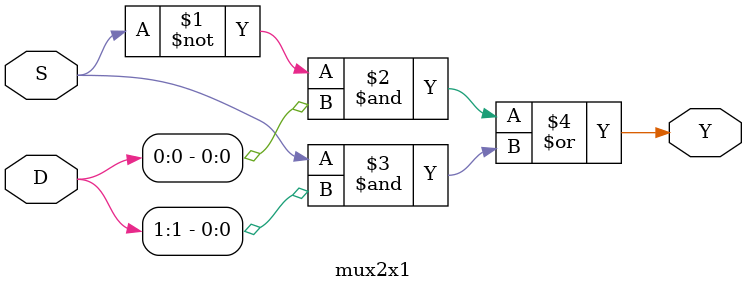
<source format=v>
module mux2x1(
    input S,
    input [1:0]D,
    output Y
);
    assign Y = (~S & D[0]) | (S & D[1]);
endmodule
</source>
